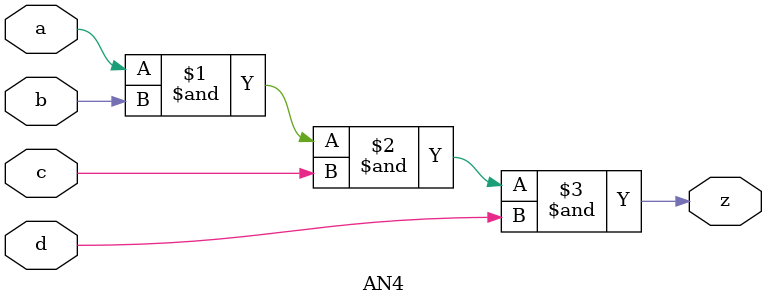
<source format=v>
module	AN4(a, b, c, d, z);

input	a, b, c, d;
output	z;

and #1 g1(z, a, b, c, d);

endmodule

</source>
